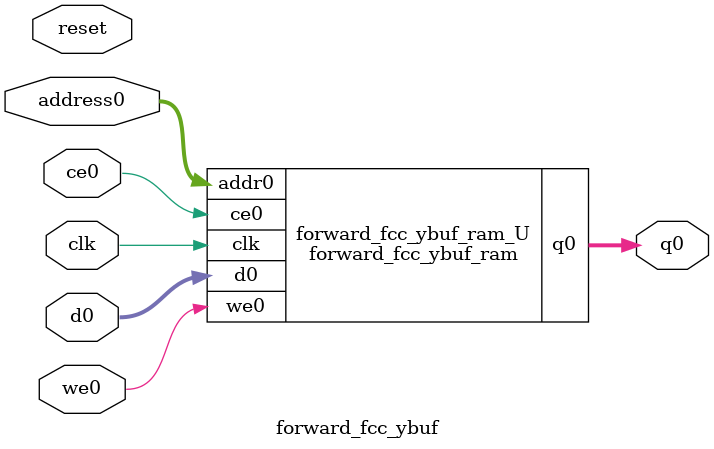
<source format=v>
`timescale 1 ns / 1 ps
module forward_fcc_ybuf_ram (addr0, ce0, d0, we0, q0,  clk);

parameter DWIDTH = 32;
parameter AWIDTH = 7;
parameter MEM_SIZE = 100;

input[AWIDTH-1:0] addr0;
input ce0;
input[DWIDTH-1:0] d0;
input we0;
output reg[DWIDTH-1:0] q0;
input clk;

reg [DWIDTH-1:0] ram[0:MEM_SIZE-1];




always @(posedge clk)  
begin 
    if (ce0) begin
        if (we0) 
            ram[addr0] <= d0; 
        q0 <= ram[addr0];
    end
end


endmodule

`timescale 1 ns / 1 ps
module forward_fcc_ybuf(
    reset,
    clk,
    address0,
    ce0,
    we0,
    d0,
    q0);

parameter DataWidth = 32'd32;
parameter AddressRange = 32'd100;
parameter AddressWidth = 32'd7;
input reset;
input clk;
input[AddressWidth - 1:0] address0;
input ce0;
input we0;
input[DataWidth - 1:0] d0;
output[DataWidth - 1:0] q0;



forward_fcc_ybuf_ram forward_fcc_ybuf_ram_U(
    .clk( clk ),
    .addr0( address0 ),
    .ce0( ce0 ),
    .we0( we0 ),
    .d0( d0 ),
    .q0( q0 ));

endmodule


</source>
